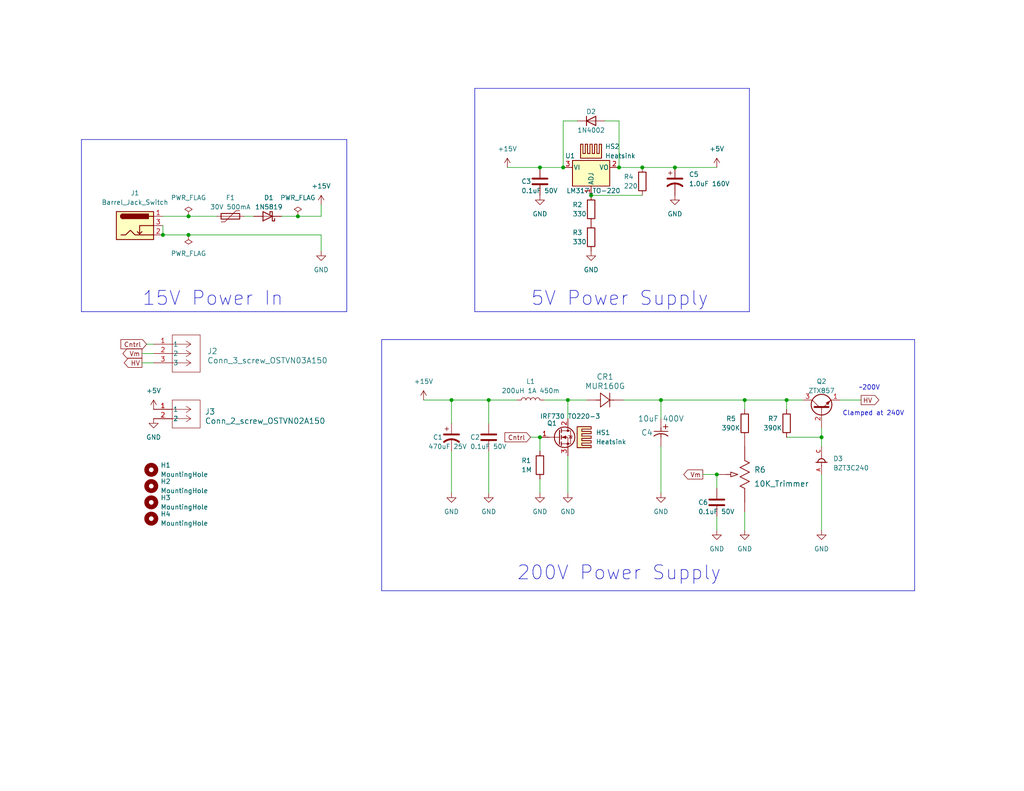
<source format=kicad_sch>
(kicad_sch (version 20230121) (generator eeschema)
  (paper "A")
  (title_block (title "Nixie 2.1 Power Supply") (date "2023-02-13") (rev "1.0") (company "James Gallagher"))
  (lib_symbols
    (symbol "Connector:Barrel_Jack_Switch" (pin_names hide)
      (property "Reference" "J" (at 0 5.334 0))
      (property "Value" "Barrel_Jack_Switch" (at 0 -5.08 0))
      (symbol "Barrel_Jack_Switch_0_1"
        (rectangle (start -5.08 3.81) (end 5.08 -3.81) (stroke (width 0.254)) (fill (type background)))
        (arc (start -3.302 3.175) (mid -3.9343 2.54) (end -3.302 1.905) (stroke (width 0.254)))
        (arc (start -3.302 3.175) (mid -3.9343 2.54) (end -3.302 1.905) (stroke (width 0.254)) (fill (type outline)))
        (polyline (pts (xy 1.27 -2.286) (xy 1.905 -1.651)) (stroke (width 0.254)))
        (polyline (pts (xy 5.08 2.54) (xy 3.81 2.54)) (stroke (width 0.254)))
        (polyline (pts (xy 5.08 0) (xy 1.27 0) (xy 1.27 -2.286) (xy 0.635 -1.651)) (stroke (width 0.254)))
        (polyline (pts (xy -3.81 -2.54) (xy -2.54 -2.54) (xy -1.27 -1.27) (xy 0 -2.54) (xy 2.54 -2.54) (xy 5.08 -2.54)) (stroke (width 0.254)))
        (rectangle (start 3.683 3.175) (end -3.302 1.905) (stroke (width 0.254)) (fill (type outline)))
      )
      (symbol "Barrel_Jack_Switch_1_1"
        (pin passive line (at 7.62 2.54 180) (length 2.54) (name "~") (number "1"))
        (pin passive line (at 7.62 -2.54 180) (length 2.54) (name "~") (number "2"))
        (pin passive line (at 7.62 0 180) (length 2.54) (name "~") (number "3"))
      )
    )
    (symbol "Device:C" (pin_numbers hide) (pin_names (offset 0.254))
      (property "Reference" "C" (at 0.635 2.54 0))
      (property "Value" "C" (at 0.635 -2.54 0))
      (symbol "C_0_1"
        (polyline (pts (xy -2.032 -0.762) (xy 2.032 -0.762)) (stroke (width 0.508)))
        (polyline (pts (xy -2.032 0.762) (xy 2.032 0.762)) (stroke (width 0.508)))
      )
      (symbol "C_1_1"
        (pin passive line (at 0 3.81 270) (length 2.794) (name "~") (number "1"))
        (pin passive line (at 0 -3.81 90) (length 2.794) (name "~") (number "2"))
      )
    )
    (symbol "Device:C_Polarized_US" (pin_numbers hide) (pin_names (offset 0.254) hide)
      (property "Reference" "C" (at 0.635 2.54 0))
      (property "Value" "C_Polarized_US" (at 0.635 -2.54 0))
      (symbol "C_Polarized_US_0_1"
        (polyline (pts (xy -2.032 0.762) (xy 2.032 0.762)) (stroke (width 0.508)))
        (polyline (pts (xy -1.778 2.286) (xy -0.762 2.286)))
        (polyline (pts (xy -1.27 1.778) (xy -1.27 2.794)))
        (arc (start 2.032 -1.27) (mid 0 -0.5572) (end -2.032 -1.27) (stroke (width 0.508)))
      )
      (symbol "C_Polarized_US_1_1"
        (pin passive line (at 0 3.81 270) (length 2.794) (name "~") (number "1"))
        (pin passive line (at 0 -3.81 90) (length 3.302) (name "~") (number "2"))
      )
    )
    (symbol "Device:D" (pin_numbers hide) (pin_names (offset 1.016) hide)
      (property "Reference" "D" (at 0 2.54 0))
      (property "Value" "D" (at 0 -2.54 0))
      (symbol "D_0_1"
        (polyline (pts (xy -1.27 1.27) (xy -1.27 -1.27)) (stroke (width 0.254)))
        (polyline (pts (xy 1.27 0) (xy -1.27 0)))
        (polyline (pts (xy 1.27 1.27) (xy 1.27 -1.27) (xy -1.27 0) (xy 1.27 1.27)) (stroke (width 0.254)))
      )
      (symbol "D_1_1"
        (pin passive line (at -3.81 0 0) (length 2.54) (name "K") (number "1"))
        (pin passive line (at 3.81 0 180) (length 2.54) (name "A") (number "2"))
      )
    )
    (symbol "Device:L" (pin_numbers hide) (pin_names (offset 1.016) hide)
      (property "Reference" "L" (at -1.27 0 90))
      (property "Value" "L" (at 1.905 0 90))
      (symbol "L_0_1"
        (arc (start 0 -2.54) (mid 0.6323 -1.905) (end 0 -1.27))
        (arc (start 0 -1.27) (mid 0.6323 -0.635) (end 0 0))
        (arc (start 0 0) (mid 0.6323 0.635) (end 0 1.27))
        (arc (start 0 1.27) (mid 0.6323 1.905) (end 0 2.54))
      )
      (symbol "L_1_1"
        (pin passive line (at 0 3.81 270) (length 1.27) (name "1") (number "1"))
        (pin passive line (at 0 -3.81 90) (length 1.27) (name "2") (number "2"))
      )
    )
    (symbol "Device:Polyfuse" (pin_numbers hide) (pin_names (offset 0))
      (property "Reference" "F" (at -2.54 0 90))
      (property "Value" "Polyfuse" (at 2.54 0 90))
      (symbol "Polyfuse_0_1"
        (rectangle (start -0.762 2.54) (end 0.762 -2.54) (stroke (width 0.254)))
        (polyline (pts (xy 0 2.54) (xy 0 -2.54)))
        (polyline (pts (xy -1.524 2.54) (xy -1.524 1.524) (xy 1.524 -1.524) (xy 1.524 -2.54)))
      )
      (symbol "Polyfuse_1_1"
        (pin passive line (at 0 3.81 270) (length 1.27) (name "~") (number "1"))
        (pin passive line (at 0 -3.81 90) (length 1.27) (name "~") (number "2"))
      )
    )
    (symbol "Device:R" (pin_numbers hide) (pin_names (offset 0))
      (property "Reference" "R" (at 2.032 0 90))
      (property "Value" "R" (at 0 0 90))
      (symbol "R_0_1"
        (rectangle (start -1.016 -2.54) (end 1.016 2.54) (stroke (width 0.254)))
      )
      (symbol "R_1_1"
        (pin passive line (at 0 3.81 270) (length 1.27) (name "~") (number "1"))
        (pin passive line (at 0 -3.81 90) (length 1.27) (name "~") (number "2"))
      )
    )
    (symbol "Diode:1N5819" (pin_numbers hide) (pin_names (offset 1.016) hide)
      (property "Reference" "D" (at 0 2.54 0))
      (property "Value" "1N5819" (at 0 -2.54 0))
      (symbol "1N5819_0_1"
        (polyline (pts (xy 1.27 0) (xy -1.27 0)))
        (polyline (pts (xy 1.27 1.27) (xy 1.27 -1.27) (xy -1.27 0) (xy 1.27 1.27)) (stroke (width 0.254)))
        (polyline (pts (xy -1.905 0.635) (xy -1.905 1.27) (xy -1.27 1.27) (xy -1.27 -1.27) (xy -0.635 -1.27) (xy -0.635 -0.635)) (stroke (width 0.254)))
      )
      (symbol "1N5819_1_1"
        (pin passive line (at -3.81 0 0) (length 2.54) (name "K") (number "1"))
        (pin passive line (at 3.81 0 180) (length 2.54) (name "A") (number "2"))
      )
    )
    (symbol "Mechanical:Heatsink" (pin_names (offset 1.016))
      (property "Reference" "HS" (at 0 5.08 0))
      (property "Value" "Heatsink" (at 0 -1.27 0))
      (symbol "Heatsink_0_1"
        (polyline (pts (xy -0.3302 1.27) (xy -0.9652 1.27) (xy -0.9652 3.81) (xy -1.6002 3.81) (xy -1.6002 1.27) (xy -2.2352 1.27) (xy -2.2352 3.81) (xy -2.8702 3.81) (xy -2.8702 0) (xy -0.9652 0)) (stroke (width 0.254)) (fill (type background)))
        (polyline (pts (xy -0.3302 1.27) (xy -0.3302 3.81) (xy 0.3048 3.81) (xy 0.3048 1.27) (xy 0.9398 1.27) (xy 0.9398 3.81) (xy 1.5748 3.81) (xy 1.5748 1.27) (xy 2.2098 1.27) (xy 2.2098 3.81) (xy 2.8448 3.81) (xy 2.8448 0) (xy -0.9652 0)) (stroke (width 0.254)) (fill (type background)))
      )
    )
    (symbol "Mechanical:MountingHole" (pin_names (offset 1.016))
      (property "Reference" "H" (at 0 5.08 0))
      (property "Value" "MountingHole" (at 0 3.175 0))
      (symbol "MountingHole_0_1"
        (circle (center 0 0) (radius 1.27) (stroke (width 1.27)))
      )
    )
    (symbol "Regulator_Linear:LM317_TO-220" (pin_names (offset 0.254))
      (property "Reference" "U" (at -3.81 3.175 0))
      (property "Value" "LM317_TO-220" (at 0 3.175 0))
      (symbol "LM317_TO-220_0_1"
        (rectangle (start -5.08 1.905) (end 5.08 -5.08) (stroke (width 0.254)) (fill (type background)))
      )
      (symbol "LM317_TO-220_1_1"
        (pin input line (at 0 -7.62 90) (length 2.54) (name "ADJ") (number "1"))
        (pin power_out line (at 7.62 0 180) (length 2.54) (name "VO") (number "2"))
        (pin power_in line (at -7.62 0 0) (length 2.54) (name "VI") (number "3"))
      )
    )
    (symbol "nixie-tube-clock-2.1:10uF_400V_ESG106M400AH4AA" (pin_numbers hide) (pin_names (offset 1.651) hide)
      (property "Reference" "C" (at 3.81 3.81 0))
      (property "Value" "10uF_400V_ESG106M400AH4AA" (at 3.81 -7.62 0))
      (symbol "10uF_400V_ESG106M400AH4AA_1_1"
        (polyline (pts (xy 1.5748 1.27) (xy 2.8448 1.27)) (stroke (width 0.2032)))
        (polyline (pts (xy 2.2098 0.635) (xy 2.2098 1.905)) (stroke (width 0.2032)))
        (polyline (pts (xy 2.54 0) (xy 3.4798 0)) (stroke (width 0.2032)))
        (polyline (pts (xy 3.4798 -1.905) (xy 3.4798 1.905)) (stroke (width 0.2032)))
        (polyline (pts (xy 4.1148 0) (xy 5.08 0)) (stroke (width 0.2032)))
        (arc (start 4.7498 1.905) (mid 4.1148 0) (end 4.7498 -1.905) (stroke (width 0.254)))
        (pin passive line (at 0 0 0) (length 2.54) (name "1") (number "1"))
        (pin passive line (at 7.62 0 180) (length 2.54) (name "2") (number "2"))
      )
    )
    (symbol "nixie-tube-clock-2.1:BZT3C240" (pin_names (offset 1.016))
      (property "Reference" "D" (at -2.5424 5.0594 0))
      (property "Value" "BZT3C240" (at -2.5432 2.5178 0))
      (symbol "BZT3C240_0_0"
        (arc (start -1.778 -1.016) (mid -1.0596 -0.7184) (end -0.762 0) (stroke (width 0.254)))
        (arc (start -0.762 0) (mid -1.0596 0.7184) (end -1.778 1.016) (stroke (width 0.254)))
        (polyline (pts (xy -2.794 0) (xy -1.778 0)) (stroke (width 0.1524)))
        (polyline (pts (xy -1.778 -1.016) (xy -1.778 -1.524)) (stroke (width 0.254)))
        (polyline (pts (xy -1.778 0) (xy -1.778 -1.016)) (stroke (width 0.254)))
        (polyline (pts (xy -1.778 1.016) (xy -1.778 0)) (stroke (width 0.254)))
        (polyline (pts (xy -1.778 1.524) (xy -1.778 1.016)) (stroke (width 0.254)))
        (polyline (pts (xy 0 0) (xy -0.762 0)) (stroke (width 0.1524)))
        (pin passive line (at -5.08 0 0) (length 2.54) (name "~") (number "A"))
        (pin passive line (at 2.54 0 180) (length 2.54) (name "~") (number "C"))
      )
    )
    (symbol "nixie-tube-clock-2.1:Bournes_10K_Trimmer_PV36W103C01B00" (pin_numbers hide) (pin_names (offset -1.651) hide)
      (property "Reference" "R" (at 10.795 -3.175 0))
      (property "Value" "Bournes_10K_Trimmer_PV36W103C01B00" (at 10.795 -9.525 0))
      (symbol "Bournes_10K_Trimmer_PV36W103C01B00_1_1"
        (polyline (pts (xy 2.54 0) (xy 6.35 0)) (stroke (width 0.2032)))
        (polyline (pts (xy 6.35 0) (xy 6.985 1.27)) (stroke (width 0.2032)))
        (polyline (pts (xy 6.985 1.27) (xy 8.255 -1.27)) (stroke (width 0.2032)))
        (polyline (pts (xy 8.255 -1.27) (xy 9.525 1.27)) (stroke (width 0.2032)))
        (polyline (pts (xy 9.525 1.27) (xy 10.795 -1.27)) (stroke (width 0.2032)))
        (polyline (pts (xy 9.525 3.81) (xy 10.16 1.905)) (stroke (width 0.2032)))
        (polyline (pts (xy 9.525 3.81) (xy 10.795 3.81)) (stroke (width 0.2032)))
        (polyline (pts (xy 10.16 3.81) (xy 10.16 5.08)) (stroke (width 0.2032)))
        (polyline (pts (xy 10.795 -1.27) (xy 12.065 1.27)) (stroke (width 0.2032)))
        (polyline (pts (xy 10.795 3.81) (xy 10.16 1.905)) (stroke (width 0.2032)))
        (polyline (pts (xy 12.065 1.27) (xy 13.335 -1.27)) (stroke (width 0.2032)))
        (polyline (pts (xy 13.335 -1.27) (xy 13.97 0)) (stroke (width 0.2032)))
        (polyline (pts (xy 13.97 0) (xy 17.78 0)) (stroke (width 0.2032)))
        (pin passive line (at 0 0 0) (length 2.54) (name "1") (number "1"))
        (pin passive line (at 10.16 7.62 270) (length 2.54) (name "2") (number "2"))
        (pin passive line (at 20.32 0 180) (length 2.54) (name "3") (number "3"))
      )
    )
    (symbol "nixie-tube-clock-2.1:Conn_2_screw_OSTVN02A150" (pin_names (offset 0.254))
      (property "Reference" "J" (at 5.08 3.81 0))
      (property "Value" "Conn_2_screw_OSTVN02A150" (at 1.27 -11.43 0))
      (symbol "Conn_2_screw_OSTVN02A150_1_1"
        (polyline (pts (xy 5.08 -5.08) (xy 12.7 -5.08)) (stroke (width 0.127)))
        (polyline (pts (xy 5.08 2.54) (xy 5.08 -5.08)) (stroke (width 0.127)))
        (polyline (pts (xy 10.16 -2.54) (xy 5.08 -2.54)) (stroke (width 0.127)))
        (polyline (pts (xy 10.16 -2.54) (xy 8.89 -3.3867)) (stroke (width 0.127)))
        (polyline (pts (xy 10.16 -2.54) (xy 8.89 -1.6933)) (stroke (width 0.127)))
        (polyline (pts (xy 10.16 0) (xy 5.08 0)) (stroke (width 0.127)))
        (polyline (pts (xy 10.16 0) (xy 8.89 -0.8467)) (stroke (width 0.127)))
        (polyline (pts (xy 10.16 0) (xy 8.89 0.8467)) (stroke (width 0.127)))
        (polyline (pts (xy 12.7 -5.08) (xy 12.7 2.54)) (stroke (width 0.127)))
        (polyline (pts (xy 12.7 2.54) (xy 5.08 2.54)) (stroke (width 0.127)))
        (pin passive line (at 0 0 0) (length 5.08) (name "1") (number "1"))
        (pin passive line (at 0 -2.54 0) (length 5.08) (name "2") (number "2"))
      )
      (symbol "Conn_2_screw_OSTVN02A150_1_2"
        (polyline (pts (xy 5.08 -5.08) (xy 12.7 -5.08)) (stroke (width 0.127)))
        (polyline (pts (xy 5.08 2.54) (xy 5.08 -5.08)) (stroke (width 0.127)))
        (polyline (pts (xy 7.62 -2.54) (xy 5.08 -2.54)) (stroke (width 0.127)))
        (polyline (pts (xy 7.62 -2.54) (xy 8.89 -3.3867)) (stroke (width 0.127)))
        (polyline (pts (xy 7.62 -2.54) (xy 8.89 -1.6933)) (stroke (width 0.127)))
        (polyline (pts (xy 7.62 0) (xy 5.08 0)) (stroke (width 0.127)))
        (polyline (pts (xy 7.62 0) (xy 8.89 -0.8467)) (stroke (width 0.127)))
        (polyline (pts (xy 7.62 0) (xy 8.89 0.8467)) (stroke (width 0.127)))
        (polyline (pts (xy 12.7 -5.08) (xy 12.7 2.54)) (stroke (width 0.127)))
        (polyline (pts (xy 12.7 2.54) (xy 5.08 2.54)) (stroke (width 0.127)))
        (pin unspecified line (at 0 0 0) (length 5.08) (name "1") (number "1"))
        (pin unspecified line (at 0 -2.54 0) (length 5.08) (name "2") (number "2"))
      )
    )
    (symbol "nixie-tube-clock-2.1:Conn_3_screw_OSTVN03A150" (pin_names (offset 0.254))
      (property "Reference" "J" (at 7.62 3.81 0))
      (property "Value" "Conn_3_screw_OSTVN03A150" (at 3.81 -8.89 0))
      (symbol "Conn_3_screw_OSTVN03A150_1_1"
        (polyline (pts (xy 5.08 -7.62) (xy 12.7 -7.62)) (stroke (width 0.127)))
        (polyline (pts (xy 5.08 2.54) (xy 5.08 -7.62)) (stroke (width 0.127)))
        (polyline (pts (xy 10.16 -5.08) (xy 5.08 -5.08)) (stroke (width 0.127)))
        (polyline (pts (xy 10.16 -5.08) (xy 8.89 -5.9267)) (stroke (width 0.127)))
        (polyline (pts (xy 10.16 -5.08) (xy 8.89 -4.2333)) (stroke (width 0.127)))
        (polyline (pts (xy 10.16 -2.54) (xy 5.08 -2.54)) (stroke (width 0.127)))
        (polyline (pts (xy 10.16 -2.54) (xy 8.89 -3.3867)) (stroke (width 0.127)))
        (polyline (pts (xy 10.16 -2.54) (xy 8.89 -1.6933)) (stroke (width 0.127)))
        (polyline (pts (xy 10.16 0) (xy 5.08 0)) (stroke (width 0.127)))
        (polyline (pts (xy 10.16 0) (xy 8.89 -0.8467)) (stroke (width 0.127)))
        (polyline (pts (xy 10.16 0) (xy 8.89 0.8467)) (stroke (width 0.127)))
        (polyline (pts (xy 12.7 -7.62) (xy 12.7 2.54)) (stroke (width 0.127)))
        (polyline (pts (xy 12.7 2.54) (xy 5.08 2.54)) (stroke (width 0.127)))
        (pin passive line (at 0 0 0) (length 5.08) (name "1") (number "1"))
        (pin passive line (at 0 -2.54 0) (length 5.08) (name "2") (number "2"))
        (pin passive line (at 0 -5.08 0) (length 5.08) (name "3") (number "3"))
      )
      (symbol "Conn_3_screw_OSTVN03A150_1_2"
        (polyline (pts (xy 5.08 -7.62) (xy 12.7 -7.62)) (stroke (width 0.127)))
        (polyline (pts (xy 5.08 2.54) (xy 5.08 -7.62)) (stroke (width 0.127)))
        (polyline (pts (xy 7.62 -5.08) (xy 5.08 -5.08)) (stroke (width 0.127)))
        (polyline (pts (xy 7.62 -5.08) (xy 8.89 -5.9267)) (stroke (width 0.127)))
        (polyline (pts (xy 7.62 -5.08) (xy 8.89 -4.2333)) (stroke (width 0.127)))
        (polyline (pts (xy 7.62 -2.54) (xy 5.08 -2.54)) (stroke (width 0.127)))
        (polyline (pts (xy 7.62 -2.54) (xy 8.89 -3.3867)) (stroke (width 0.127)))
        (polyline (pts (xy 7.62 -2.54) (xy 8.89 -1.6933)) (stroke (width 0.127)))
        (polyline (pts (xy 7.62 0) (xy 5.08 0)) (stroke (width 0.127)))
        (polyline (pts (xy 7.62 0) (xy 8.89 -0.8467)) (stroke (width 0.127)))
        (polyline (pts (xy 7.62 0) (xy 8.89 0.8467)) (stroke (width 0.127)))
        (polyline (pts (xy 12.7 -7.62) (xy 12.7 2.54)) (stroke (width 0.127)))
        (polyline (pts (xy 12.7 2.54) (xy 5.08 2.54)) (stroke (width 0.127)))
        (pin unspecified line (at 0 0 0) (length 5.08) (name "1") (number "1"))
        (pin unspecified line (at 0 -2.54 0) (length 5.08) (name "2") (number "2"))
        (pin unspecified line (at 0 -5.08 0) (length 5.08) (name "3") (number "3"))
      )
    )
    (symbol "nixie-tube-clock-2.1:IRF730-TO-220-3" (pin_names hide)
      (property "Reference" "Q" (at 6.35 1.905 0))
      (property "Value" "IRF730-TO-220-3" (at 6.35 0 0))
      (symbol "IRF730-TO-220-3_0_1"
        (polyline (pts (xy 0.254 0) (xy -2.54 0)))
        (polyline (pts (xy 0.254 1.905) (xy 0.254 -1.905)) (stroke (width 0.254)))
        (polyline (pts (xy 0.762 -1.27) (xy 0.762 -2.286)) (stroke (width 0.254)))
        (polyline (pts (xy 0.762 0.508) (xy 0.762 -0.508)) (stroke (width 0.254)))
        (polyline (pts (xy 0.762 2.286) (xy 0.762 1.27)) (stroke (width 0.254)))
        (polyline (pts (xy 2.54 2.54) (xy 2.54 1.778)))
        (polyline (pts (xy 2.54 -2.54) (xy 2.54 0) (xy 0.762 0)))
        (polyline (pts (xy 0.762 -1.778) (xy 3.302 -1.778) (xy 3.302 1.778) (xy 0.762 1.778)))
        (polyline (pts (xy 1.016 0) (xy 2.032 0.381) (xy 2.032 -0.381) (xy 1.016 0)) (fill (type outline)))
        (polyline (pts (xy 2.794 0.508) (xy 2.921 0.381) (xy 3.683 0.381) (xy 3.81 0.254)))
        (polyline (pts (xy 3.302 0.381) (xy 2.921 -0.254) (xy 3.683 -0.254) (xy 3.302 0.381)))
        (circle (center 1.651 0) (radius 2.794) (stroke (width 0.254)))
        (circle (center 2.54 -1.778) (radius 0.254) (fill (type outline)))
        (circle (center 2.54 1.778) (radius 0.254) (fill (type outline)))
      )
      (symbol "IRF730-TO-220-3_1_1"
        (pin input line (at -5.08 0 0) (length 2.54) (name "G") (number "1"))
        (pin passive line (at 2.54 5.08 270) (length 2.54) (name "D") (number "2"))
        (pin passive line (at 2.54 -5.08 90) (length 2.54) (name "S") (number "3"))
      )
    )
    (symbol "nixie-tube-clock-2.1:MUR160G" (pin_numbers hide) (pin_names (offset -1.651) hide)
      (property "Reference" "CR" (at 5.08 4.445 0))
      (property "Value" "MUR160G" (at 5.08 -7.62 0))
      (symbol "MUR160G_1_1"
        (polyline (pts (xy 2.54 0) (xy 3.4798 0)) (stroke (width 0.2032)))
        (polyline (pts (xy 3.175 0) (xy 3.81 0)) (stroke (width 0.2032)))
        (polyline (pts (xy 3.81 -1.905) (xy 6.35 0)) (stroke (width 0.2032)))
        (polyline (pts (xy 3.81 1.905) (xy 3.81 -1.905)) (stroke (width 0.2032)))
        (polyline (pts (xy 6.35 -1.905) (xy 6.35 1.905)) (stroke (width 0.2032)))
        (polyline (pts (xy 6.35 0) (xy 3.81 1.905)) (stroke (width 0.2032)))
        (polyline (pts (xy 6.35 0) (xy 7.62 0)) (stroke (width 0.2032)))
        (pin passive line (at 10.16 0 180) (length 2.54) (name "1") (number "1"))
        (pin passive line (at 0 0 0) (length 2.54) (name "2") (number "2"))
      )
    )
    (symbol "nixie-tube-clock-2.1:ZTX857" (pin_names (offset 1.016) hide)
      (property "Reference" "Q" (at 5.08 1.905 0))
      (property "Value" "ZTX857" (at 5.08 0 0))
      (symbol "ZTX857_0_1"
        (polyline (pts (xy 0 0) (xy 0.635 0)))
        (polyline (pts (xy 0.635 0.635) (xy 2.54 2.54)))
        (polyline (pts (xy 0.635 -0.635) (xy 2.54 -2.54) (xy 2.54 -2.54)))
        (polyline (pts (xy 0.635 1.905) (xy 0.635 -1.905) (xy 0.635 -1.905)) (stroke (width 0.508)))
        (polyline (pts (xy 1.27 -1.778) (xy 1.778 -1.27) (xy 2.286 -2.286) (xy 1.27 -1.778) (xy 1.27 -1.778)) (fill (type outline)))
        (circle (center 1.27 0) (radius 2.8194) (stroke (width 0.254)))
      )
      (symbol "ZTX857_1_1"
        (pin passive line (at 2.54 -5.08 90) (length 2.54) (name "E") (number "1"))
        (pin input line (at -5.08 0 0) (length 5.08) (name "B") (number "2"))
        (pin passive line (at 2.54 5.08 270) (length 2.54) (name "C") (number "3"))
      )
    )
    (symbol "power:+15V" (power) (pin_names (offset 0))
      (property "Value" "+15V" (at 0 3.556 0))
      (symbol "+15V_0_1"
        (polyline (pts (xy -0.762 1.27) (xy 0 2.54)))
        (polyline (pts (xy 0 0) (xy 0 2.54)))
        (polyline (pts (xy 0 2.54) (xy 0.762 1.27)))
      )
      (symbol "+15V_1_1"
        (pin power_in line (at 0 0 90) (length 0) hide (name "+15V") (number "1"))
      )
    )
    (symbol "power:+5V" (power) (pin_names (offset 0))
      (property "Value" "+5V" (at 0 3.556 0))
      (symbol "+5V_0_1"
        (polyline (pts (xy -0.762 1.27) (xy 0 2.54)))
        (polyline (pts (xy 0 0) (xy 0 2.54)))
        (polyline (pts (xy 0 2.54) (xy 0.762 1.27)))
      )
      (symbol "+5V_1_1"
        (pin power_in line (at 0 0 90) (length 0) hide (name "+5V") (number "1"))
      )
    )
    (symbol "power:GND" (power) (pin_names (offset 0))
      (property "Value" "GND" (at 0 -3.81 0))
      (symbol "GND_0_1"
        (polyline (pts (xy 0 0) (xy 0 -1.27) (xy 1.27 -1.27) (xy 0 -2.54) (xy -1.27 -1.27) (xy 0 -1.27)))
      )
      (symbol "GND_1_1"
        (pin power_in line (at 0 0 270) (length 0) hide (name "GND") (number "1"))
      )
    )
    (symbol "power:PWR_FLAG" (power) (pin_numbers hide) (pin_names (offset 0) hide)
      (property "Value" "PWR_FLAG" (at 0 3.81 0))
      (symbol "PWR_FLAG_0_0"
        (pin power_out line (at 0 0 90) (length 0) (name "pwr") (number "1"))
      )
      (symbol "PWR_FLAG_0_1"
        (polyline (pts (xy 0 0) (xy 0 1.27) (xy -1.016 1.905) (xy 0 2.54) (xy 1.016 1.905) (xy 0 1.27)))
      )
    )
  )
  (junction (at 180.34 109.22))
  (junction (at 44.45 64.135))
  (junction (at 147.32 45.72))
  (junction (at 123.19 109.22))
  (junction (at 203.2 109.22))
  (junction (at 214.63 109.22))
  (junction (at 184.15 45.72))
  (junction (at 224.155 119.38))
  (junction (at 81.28 59.055))
  (junction (at 154.94 109.22))
  (junction (at 133.35 109.22))
  (junction (at 147.32 119.38))
  (junction (at 51.435 64.135))
  (junction (at 153.67 45.72))
  (junction (at 51.435 59.055))
  (junction (at 161.29 53.34))
  (junction (at 168.91 45.72))
  (junction (at 175.26 45.72))
  (junction (at 195.58 129.54))
  (wire (pts (xy 133.35 123.19) (xy 133.35 134.62)))
  (wire (pts (xy 165.1 33.02) (xy 168.91 33.02)))
  (wire (pts (xy 44.45 64.135) (xy 51.435 64.135)))
  (polyline (pts (xy 129.54 24.13) (xy 129.54 85.09)))
  (wire (pts (xy 87.63 64.135) (xy 87.63 68.58)))
  (wire (pts (xy 87.63 55.88) (xy 87.63 59.055)))
  (wire (pts (xy 38.735 99.06) (xy 41.91 99.06)))
  (wire (pts (xy 115.57 109.22) (xy 123.19 109.22)))
  (polyline (pts (xy 204.47 85.09) (xy 129.54 85.09)))
  (polyline (pts (xy 22.225 38.1) (xy 22.225 85.09)))
  (wire (pts (xy 154.94 109.22) (xy 160.02 109.22)))
  (wire (pts (xy 147.32 119.38) (xy 147.32 123.19)))
  (wire (pts (xy 214.63 109.22) (xy 214.63 111.76)))
  (wire (pts (xy 180.34 109.22) (xy 180.34 114.3)))
  (wire (pts (xy 123.19 109.22) (xy 133.35 109.22)))
  (wire (pts (xy 224.155 116.84) (xy 224.155 119.38)))
  (wire (pts (xy 144.78 119.38) (xy 147.32 119.38)))
  (wire (pts (xy 180.34 121.92) (xy 180.34 134.62)))
  (wire (pts (xy 44.45 59.055) (xy 51.435 59.055)))
  (wire (pts (xy 76.835 59.055) (xy 81.28 59.055)))
  (wire (pts (xy 195.58 129.54) (xy 195.58 133.35)))
  (wire (pts (xy 214.63 109.22) (xy 219.075 109.22)))
  (wire (pts (xy 148.59 109.22) (xy 154.94 109.22)))
  (wire (pts (xy 138.43 45.72) (xy 147.32 45.72)))
  (wire (pts (xy 147.32 45.72) (xy 153.67 45.72)))
  (wire (pts (xy 123.19 109.22) (xy 123.19 115.57)))
  (polyline (pts (xy 104.14 92.71) (xy 104.14 161.29)))
  (wire (pts (xy 175.26 45.72) (xy 184.15 45.72)))
  (wire (pts (xy 154.94 124.46) (xy 154.94 134.62)))
  (polyline (pts (xy 204.47 24.13) (xy 204.47 85.09)))
  (wire (pts (xy 66.675 59.055) (xy 69.215 59.055)))
  (wire (pts (xy 51.435 64.135) (xy 87.63 64.135)))
  (wire (pts (xy 170.18 109.22) (xy 180.34 109.22)))
  (wire (pts (xy 184.15 45.72) (xy 195.58 45.72)))
  (wire (pts (xy 195.58 140.97) (xy 195.58 144.78)))
  (wire (pts (xy 191.77 129.54) (xy 195.58 129.54)))
  (polyline (pts (xy 94.615 38.1) (xy 94.615 85.09)))
  (wire (pts (xy 168.91 33.02) (xy 168.91 45.72)))
  (wire (pts (xy 133.35 109.22) (xy 133.35 115.57)))
  (polyline (pts (xy 249.555 161.29) (xy 104.14 161.29)))
  (wire (pts (xy 224.155 119.38) (xy 224.155 121.92)))
  (wire (pts (xy 203.2 109.22) (xy 214.63 109.22)))
  (wire (pts (xy 180.34 109.22) (xy 203.2 109.22)))
  (wire (pts (xy 38.735 96.52) (xy 41.91 96.52)))
  (wire (pts (xy 51.435 59.055) (xy 59.055 59.055)))
  (wire (pts (xy 224.155 129.54) (xy 224.155 144.78)))
  (wire (pts (xy 123.19 123.19) (xy 123.19 134.62)))
  (wire (pts (xy 44.45 61.595) (xy 44.45 64.135)))
  (wire (pts (xy 161.29 53.34) (xy 175.26 53.34)))
  (wire (pts (xy 203.2 139.7) (xy 203.2 144.78)))
  (polyline (pts (xy 22.225 38.1) (xy 94.615 38.1)))
  (wire (pts (xy 81.28 59.055) (xy 87.63 59.055)))
  (wire (pts (xy 229.235 109.22) (xy 234.95 109.22)))
  (wire (pts (xy 153.67 45.72) (xy 153.67 33.02)))
  (wire (pts (xy 168.91 45.72) (xy 175.26 45.72)))
  (polyline (pts (xy 249.555 92.71) (xy 249.555 161.29)))
  (wire (pts (xy 147.32 130.81) (xy 147.32 134.62)))
  (wire (pts (xy 40.005 93.98) (xy 41.91 93.98)))
  (wire (pts (xy 214.63 119.38) (xy 224.155 119.38)))
  (polyline (pts (xy 104.14 92.71) (xy 249.555 92.71)))
  (polyline (pts (xy 129.54 24.13) (xy 204.47 24.13)))
  (wire (pts (xy 154.94 109.22) (xy 154.94 114.3)))
  (wire (pts (xy 133.35 109.22) (xy 140.97 109.22)))
  (wire (pts (xy 203.2 109.22) (xy 203.2 111.76)))
  (polyline (pts (xy 94.615 85.09) (xy 22.225 85.09)))
  (wire (pts (xy 153.67 33.02) (xy 157.48 33.02)))
  (text "5V Power Supply " (at 144.78 83.82 0) (effects (font (size 3.81 3.81)) (justify left bottom)))
  (text "~200V" (at 234.315 106.68 0) (effects (font (size 1.27 1.27)) (justify left bottom)))
  (text "200V Power Supply\n" (at 140.97 158.75 0) (effects (font (size 3.81 3.81)) (justify left bottom)))
  (text "15V Power In" (at 38.735 83.82 0) (effects (font (size 3.81 3.81)) (justify left bottom)))
  (text "Clamped at 240V" (at 229.87 113.665 0) (effects (font (size 1.27 1.27)) (justify left bottom)))
  (global_label "Vm" (shape output) (at 191.77 129.54 180) (property "Intersheetrefs" "${INTERSHEET_REFS}" (effects hide)))
  (global_label "HV" (shape output) (at 38.735 99.06 180) (property "Intersheetrefs" "${INTERSHEET_REFS}" (effects hide)))
  (global_label "Cntrl" (shape input) (at 144.78 119.38 180) (property "Intersheetrefs" "${INTERSHEET_REFS}" (effects hide)))
  (global_label "Vm" (shape output) (at 38.735 96.52 180) (property "Intersheetrefs" "${INTERSHEET_REFS}" (effects hide)))
  (global_label "HV" (shape output) (at 234.95 109.22 0) (property "Intersheetrefs" "${INTERSHEET_REFS}" (effects hide)))
  (global_label "Cntrl" (shape input) (at 40.005 93.98 180) (property "Intersheetrefs" "${INTERSHEET_REFS}" (effects hide)))
  (symbol (lib_id "Device:R") (at 214.63 115.57 0) (unit 1)
    (property "Reference" "R7" (at 209.55 114.3 0) (effects (justify left)))
    (property "Value" "390K" (at 208.28 116.84 0) (effects (justify left)))
    (property "Footprint" "Resistor_THT:R_Axial_DIN0207_L6.3mm_D2.5mm_P7.62mm_Horizontal" (effects hide))
  )
  (symbol (lib_id "nixie-tube-clock-2.1:BZT3C240") (at 224.155 124.46 90) (unit 1)
    (property "Reference" "D3" (at 227.33 125.222 90) (effects (justify right)))
    (property "Value" "BZT3C240" (at 227.33 127.762 90) (effects (justify right)))
    (property "Footprint" "nixie-2.1-footprints:BZT3C240" (effects hide))
  )
  (symbol (lib_id "Mechanical:MountingHole") (at 41.275 132.715 0) (unit 1)
    (property "Reference" "H2" (at 43.815 131.4449 0) (effects (justify left)))
    (property "Value" "MountingHole" (at 43.815 133.9849 0) (effects (justify left)))
    (property "Footprint" "MountingHole:MountingHole_3mm" (effects hide))
  )
  (symbol (lib_id "power:GND") (at 123.19 134.62 0) (unit 1)
    (property "Reference" "#PWR06" (effects hide))
    (property "Value" "GND" (at 123.19 139.7 0))
  )
  (symbol (lib_id "nixie-tube-clock-2.1:IRF730-TO-220-3") (at 152.4 119.38 0) (unit 1)
    (property "Reference" "Q1" (at 149.225 115.57 0) (effects (justify left)))
    (property "Value" "IRF730 TO220-3" (at 147.32 113.665 0) (effects (justify left)))
    (property "Footprint" "Package_TO_SOT_THT:TO-220-3_Vertical" (effects hide))
    (property "Datasheet" "https://media.digikey.com/pdf/Data%20Sheets/Fairchild%20PDFs/BUZ11.pdf" (effects hide))
  )
  (symbol (lib_id "power:PWR_FLAG") (at 81.28 59.055 0) (unit 1)
    (property "Reference" "#FLG03" (effects hide))
    (property "Value" "PWR_FLAG" (at 81.28 53.975 0))
  )
  (symbol (lib_id "power:GND") (at 224.155 144.78 0) (unit 1)
    (property "Reference" "#PWR018" (effects hide))
    (property "Value" "GND" (at 224.155 149.86 0))
  )
  (symbol (lib_id "power:GND") (at 41.91 114.3 0) (unit 1)
    (property "Reference" "#PWR02" (effects hide))
    (property "Value" "GND" (at 41.91 119.38 0))
  )
  (symbol (lib_id "Mechanical:MountingHole") (at 41.275 137.16 0) (unit 1)
    (property "Reference" "H3" (at 43.815 135.8899 0) (effects (justify left)))
    (property "Value" "MountingHole" (at 43.815 138.4299 0) (effects (justify left)))
    (property "Footprint" "MountingHole:MountingHole_3mm" (effects hide))
  )
  (symbol (lib_id "Mechanical:MountingHole") (at 41.275 128.27 0) (unit 1)
    (property "Reference" "H1" (at 43.815 126.9999 0) (effects (justify left)))
    (property "Value" "MountingHole" (at 43.815 129.5399 0) (effects (justify left)))
    (property "Footprint" "MountingHole:MountingHole_3mm" (effects hide))
  )
  (symbol (lib_id "power:GND") (at 147.32 53.34 0) (unit 1)
    (property "Reference" "#PWR09" (effects hide))
    (property "Value" "GND" (at 147.32 58.42 0))
  )
  (symbol (lib_id "power:+5V") (at 195.58 45.72 0) (unit 1)
    (property "Reference" "#PWR015" (effects hide))
    (property "Value" "+5V" (at 195.58 40.64 0))
  )
  (symbol (lib_id "Device:R") (at 147.32 127 0) (unit 1)
    (property "Reference" "R1" (at 142.24 125.73 0) (effects (justify left)))
    (property "Value" "1M" (at 142.24 128.27 0) (effects (justify left)))
    (property "Footprint" "Resistor_THT:R_Axial_DIN0207_L6.3mm_D2.5mm_P7.62mm_Horizontal" (effects hide))
  )
  (symbol (lib_id "Device:C_Polarized_US") (at 123.19 119.38 0) (unit 1)
    (property "Reference" "C1" (at 118.11 119.38 0) (effects (justify left)))
    (property "Value" "470uF 25V" (at 116.84 121.92 0) (effects (justify left)))
    (property "Footprint" "Capacitor_THT:CP_Radial_D10.0mm_P5.00mm" (effects hide))
  )
  (symbol (lib_id "power:+15V") (at 138.43 45.72 0) (unit 1)
    (property "Reference" "#PWR08" (effects hide))
    (property "Value" "+15V" (at 138.43 40.64 0))
  )
  (symbol (lib_id "Device:R") (at 203.2 115.57 0) (unit 1)
    (property "Reference" "R5" (at 198.12 114.3 0) (effects (justify left)))
    (property "Value" "390K" (at 196.85 116.84 0) (effects (justify left)))
    (property "Footprint" "Resistor_THT:R_Axial_DIN0207_L6.3mm_D2.5mm_P7.62mm_Horizontal" (effects hide))
  )
  (symbol (lib_id "power:PWR_FLAG") (at 51.435 64.135 0) (mirror x) (unit 1)
    (property "Reference" "#FLG02" (effects hide))
    (property "Value" "PWR_FLAG" (at 51.435 69.215 0))
  )
  (symbol (lib_id "power:+15V") (at 87.63 55.88 0) (unit 1)
    (property "Reference" "#PWR03" (effects hide))
    (property "Value" "+15V" (at 87.63 50.8 0))
  )
  (symbol (lib_id "Mechanical:Heatsink") (at 157.48 119.38 270) (unit 1)
    (property "Reference" "HS1" (at 162.56 118.0972 90) (effects (justify left)))
    (property "Value" "Heatsink" (at 162.56 120.6372 90) (effects (justify left)))
    (property "Footprint" "nixie-2.1-footprints:AVVID-577202B-00000G" (effects hide))
  )
  (symbol (lib_id "Diode:1N5819") (at 73.025 59.055 180) (unit 1)
    (property "Reference" "D1" (at 73.3425 53.975 0))
    (property "Value" "1N5819" (at 73.3425 56.515 0))
    (property "Footprint" "Diode_THT:D_DO-41_SOD81_P10.16mm_Horizontal" (effects hide))
    (property "Datasheet" "http://www.vishay.com/docs/88525/1n5817.pdf" (effects hide))
  )
  (symbol (lib_id "Mechanical:Heatsink") (at 161.29 43.18 0) (unit 1)
    (property "Reference" "HS2" (at 165.1 40.0049 0) (effects (justify left)))
    (property "Value" "Heatsink" (at 165.1 42.5449 0) (effects (justify left)))
    (property "Footprint" "nixie-2.1-footprints:AVVID-577202B-00000G" (effects hide))
  )
  (symbol (lib_id "nixie-tube-clock-2.1:MUR160G") (at 160.02 109.22 0) (unit 1)
    (property "Reference" "CR1" (at 165.1 102.87 0) (effects (font (size 1.524 1.524))))
    (property "Value" "MUR160G" (at 165.1 105.41 0) (effects (font (size 1.524 1.524))))
    (property "Footprint" "nixie-2.1-footprints:MUR160G" (effects hide))
  )
  (symbol (lib_id "Device:C_Polarized_US") (at 184.15 49.53 0) (unit 1)
    (property "Reference" "C5" (at 187.96 47.6249 0) (effects (justify left)))
    (property "Value" "1.0uF 160V" (at 187.96 50.1649 0) (effects (justify left)))
    (property "Footprint" "nixie-2.1-footprints:1.0uF_160V_CAPPRD200W50D525H1250" (effects hide))
  )
  (symbol (lib_id "power:GND") (at 180.34 134.62 0) (unit 1)
    (property "Reference" "#PWR013" (effects hide))
    (property "Value" "GND" (at 180.34 139.7 0))
  )
  (symbol (lib_id "nixie-tube-clock-2.1:Conn_3_screw_OSTVN03A150") (at 41.91 93.98 0) (unit 1)
    (property "Reference" "J2" (at 56.515 95.885 0) (effects (font (size 1.524 1.524)) (justify left)))
    (property "Value" "Conn_3_screw_OSTVN03A150" (at 56.515 98.425 0) (effects (font (size 1.524 1.524)) (justify left)))
    (property "Footprint" "CONN3_OSTVN03A150_OST" (effects hide))
    (property "Datasheet" "OSTVN03A150" (effects hide))
  )
  (symbol (lib_id "Device:L") (at 144.78 109.22 90) (unit 1)
    (property "Reference" "L1" (at 144.78 104.14 90))
    (property "Value" "200uH 1A 450m" (at 144.78 106.68 90))
    (property "Footprint" "Inductor_THT:L_Radial_D7.8mm_P5.00mm_Fastron_07HCP" (effects hide))
  )
  (symbol (lib_id "Device:R") (at 161.29 64.77 0) (unit 1)
    (property "Reference" "R3" (at 156.21 63.5 0) (effects (justify left)))
    (property "Value" "330" (at 156.21 66.04 0) (effects (justify left)))
    (property "Footprint" "Resistor_THT:R_Axial_DIN0207_L6.3mm_D2.5mm_P7.62mm_Horizontal" (effects hide))
  )
  (symbol (lib_id "nixie-tube-clock-2.1:10uF_400V_ESG106M400AH4AA") (at 180.34 114.3 270) (unit 1)
    (property "Reference" "C4" (at 176.53 118.11 90) (effects (font (size 1.524 1.524))))
    (property "Value" "10uF 400V" (at 180.34 114.3 90) (effects (font (size 1.524 1.524))))
    (property "Footprint" "nixie-2.1-footprints:10uF_400v_ESG106M400AH4AA" (effects hide))
  )
  (symbol (lib_id "power:GND") (at 195.58 144.78 0) (unit 1)
    (property "Reference" "#PWR016" (effects hide))
    (property "Value" "GND" (at 195.58 149.86 0))
  )
  (symbol (lib_id "power:GND") (at 133.35 134.62 0) (unit 1)
    (property "Reference" "#PWR07" (effects hide))
    (property "Value" "GND" (at 133.35 139.7 0))
  )
  (symbol (lib_id "Device:Polyfuse") (at 62.865 59.055 90) (unit 1)
    (property "Reference" "F1" (at 62.865 53.975 90))
    (property "Value" "30V 500mA" (at 62.865 56.515 90))
    (property "Footprint" "nixie-2.1-footprints:AHRF050_30v_500mA_polyfuse" (effects hide))
  )
  (symbol (lib_id "power:GND") (at 87.63 68.58 0) (unit 1)
    (property "Reference" "#PWR04" (effects hide))
    (property "Value" "GND" (at 87.63 73.66 0))
  )
  (symbol (lib_id "power:+5V") (at 41.91 111.76 0) (unit 1)
    (property "Reference" "#PWR01" (effects hide))
    (property "Value" "+5V" (at 41.91 106.68 0))
  )
  (symbol (lib_id "power:GND") (at 184.15 53.34 0) (unit 1)
    (property "Reference" "#PWR014" (effects hide))
    (property "Value" "GND" (at 184.15 58.42 0))
  )
  (symbol (lib_id "nixie-tube-clock-2.1:Bournes_10K_Trimmer_PV36W103C01B00") (at 203.2 139.7 90) (unit 1)
    (property "Reference" "R6" (at 205.74 128.27 90) (effects (font (size 1.524 1.524)) (justify right)))
    (property "Value" "10K_Trimmer" (at 205.74 132.08 90) (effects (font (size 1.524 1.524)) (justify right)))
    (property "Footprint" "nixie-2.1-footprints:10k_Trimmer_PV36W103C01B00" (effects hide))
  )
  (symbol (lib_id "nixie-tube-clock-2.1:ZTX857") (at 224.155 111.76 90) (unit 1)
    (property "Reference" "Q2" (at 224.155 104.14 90))
    (property "Value" "ZTX857" (at 224.155 106.68 90))
    (property "Footprint" "Package_TO_SOT_THT:TO-92_HandSolder" (effects hide))
    (property "Datasheet" "https://www.diodes.com/assets/Datasheets/ZTX857.pdf" (effects hide))
  )
  (symbol (lib_id "power:GND") (at 161.29 68.58 0) (unit 1)
    (property "Reference" "#PWR012" (effects hide))
    (property "Value" "GND" (at 161.29 73.66 0))
  )
  (symbol (lib_id "power:GND") (at 147.32 134.62 0) (unit 1)
    (property "Reference" "#PWR010" (effects hide))
    (property "Value" "GND" (at 147.32 139.7 0))
  )
  (symbol (lib_id "power:GND") (at 203.2 144.78 0) (unit 1)
    (property "Reference" "#PWR017" (effects hide))
    (property "Value" "GND" (at 203.2 149.86 0))
  )
  (symbol (lib_id "power:+15V") (at 115.57 109.22 0) (unit 1)
    (property "Reference" "#PWR05" (effects hide))
    (property "Value" "+15V" (at 115.57 104.14 0))
  )
  (symbol (lib_id "Device:C") (at 195.58 137.16 0) (unit 1)
    (property "Reference" "C6" (at 190.5 137.16 0) (effects (justify left)))
    (property "Value" "0.1uF 50V" (at 190.5 139.7 0) (effects (justify left)))
    (property "Footprint" "Capacitor_THT:C_Disc_D5.0mm_W2.5mm_P5.00mm" (effects hide))
  )
  (symbol (lib_id "Device:D") (at 161.29 33.02 0) (unit 1)
    (property "Reference" "D2" (at 161.29 30.48 0))
    (property "Value" "1N4002" (at 161.29 35.56 0))
    (property "Footprint" "Diode_THT:D_A-405_P7.62mm_Horizontal" (effects hide))
    (property "Sim.Device" "D" (effects hide))
    (property "Sim.Pins" "1=K 2=A" (effects hide))
  )
  (symbol (lib_id "power:PWR_FLAG") (at 51.435 59.055 0) (unit 1)
    (property "Reference" "#FLG01" (effects hide))
    (property "Value" "PWR_FLAG" (at 51.435 53.975 0))
  )
  (symbol (lib_id "Device:R") (at 175.26 49.53 0) (unit 1)
    (property "Reference" "R4" (at 170.18 48.26 0) (effects (justify left)))
    (property "Value" "220" (at 170.18 50.8 0) (effects (justify left)))
    (property "Footprint" "Resistor_THT:R_Axial_DIN0207_L6.3mm_D2.5mm_P7.62mm_Horizontal" (effects hide))
  )
  (symbol (lib_id "Mechanical:MountingHole") (at 41.275 141.605 0) (unit 1)
    (property "Reference" "H4" (at 43.815 140.3349 0) (effects (justify left)))
    (property "Value" "MountingHole" (at 43.815 142.8749 0) (effects (justify left)))
    (property "Footprint" "MountingHole:MountingHole_3mm" (effects hide))
  )
  (symbol (lib_id "Device:R") (at 161.29 57.15 0) (unit 1)
    (property "Reference" "R2" (at 156.21 55.88 0) (effects (justify left)))
    (property "Value" "330" (at 156.21 58.42 0) (effects (justify left)))
    (property "Footprint" "Resistor_THT:R_Axial_DIN0207_L6.3mm_D2.5mm_P7.62mm_Horizontal" (effects hide))
  )
  (symbol (lib_id "Connector:Barrel_Jack_Switch") (at 36.83 61.595 0) (unit 1)
    (property "Reference" "J1" (at 36.83 52.705 0))
    (property "Value" "Barrel_Jack_Switch" (at 36.83 55.245 0))
    (property "Footprint" "nixie-2.1-footprints:BarrelJack_Horizontal" (effects hide))
  )
  (symbol (lib_id "Device:C") (at 147.32 49.53 0) (unit 1)
    (property "Reference" "C3" (at 142.24 49.53 0) (effects (justify left)))
    (property "Value" "0.1uF 50V" (at 142.24 52.07 0) (effects (justify left)))
    (property "Footprint" "Capacitor_THT:C_Disc_D5.0mm_W2.5mm_P5.00mm" (effects hide))
  )
  (symbol (lib_id "nixie-tube-clock-2.1:Conn_2_screw_OSTVN02A150") (at 41.91 111.76 0) (unit 1)
    (property "Reference" "J3" (at 55.88 112.395 0) (effects (font (size 1.524 1.524)) (justify left)))
    (property "Value" "Conn_2_screw_OSTVN02A150" (at 55.88 114.935 0) (effects (font (size 1.524 1.524)) (justify left)))
    (property "Footprint" "CONN_OSTVN02A150_OST" (effects hide))
    (property "Datasheet" "OSTVN02A150" (effects hide))
  )
  (symbol (lib_id "Device:C") (at 133.35 119.38 0) (unit 1)
    (property "Reference" "C2" (at 128.27 119.38 0) (effects (justify left)))
    (property "Value" "0.1uF 50V" (at 128.27 121.92 0) (effects (justify left)))
    (property "Footprint" "Capacitor_THT:C_Disc_D5.0mm_W2.5mm_P5.00mm" (effects hide))
  )
  (symbol (lib_id "Regulator_Linear:LM317_TO-220") (at 161.29 45.72 0) (unit 1)
    (property "Reference" "U1" (at 155.575 42.545 0))
    (property "Value" "LM317_TO-220" (at 161.925 52.07 0))
    (property "Footprint" "Package_TO_SOT_THT:TO-220-3_Vertical" (effects hide))
    (property "Datasheet" "http://www.ti.com/lit/ds/symlink/lm317.pdf" (effects hide))
  )
  (symbol (lib_id "power:GND") (at 154.94 134.62 0) (unit 1)
    (property "Reference" "#PWR011" (effects hide))
    (property "Value" "GND" (at 154.94 139.7 0))
  )
)
</source>
